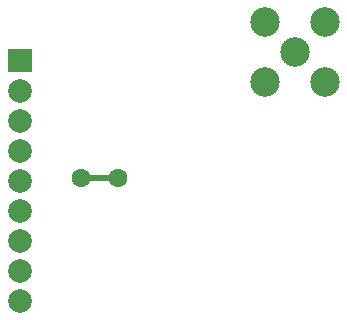
<source format=gbr>
G04 start of page 3 for group 1 idx 1 *
G04 Title: Dom32RF, bottom *
G04 Creator: pcb 4.0.2 *
G04 CreationDate: Tue Feb 12 11:34:35 2019 UTC *
G04 For: walter *
G04 Format: Gerber/RS-274X *
G04 PCB-Dimensions (mil): 1181.10 1181.10 *
G04 PCB-Coordinate-Origin: lower left *
%MOIN*%
%FSLAX25Y25*%
%LNBOTTOM*%
%ADD29C,0.0591*%
%ADD28C,0.0492*%
%ADD27C,0.0394*%
%ADD26C,0.0315*%
%ADD25C,0.0630*%
%ADD24C,0.0984*%
%ADD23C,0.0787*%
%ADD22C,0.0001*%
%ADD21C,0.0197*%
G54D21*X30512Y59843D02*X44488D01*
G54D22*G36*
X6142Y102795D02*Y94921D01*
X14016D01*
Y102795D01*
X6142D01*
G37*
G54D23*X10079Y88858D03*
G54D24*X101575Y101654D03*
X91575Y91654D03*
Y111654D03*
X111575Y91654D03*
Y111654D03*
G54D23*X10079Y78858D03*
Y68858D03*
Y58858D03*
Y48858D03*
Y38858D03*
Y28858D03*
Y18858D03*
G54D25*X30512Y59843D03*
X42717D03*
G54D26*G54D27*G54D28*G54D29*G54D27*M02*

</source>
